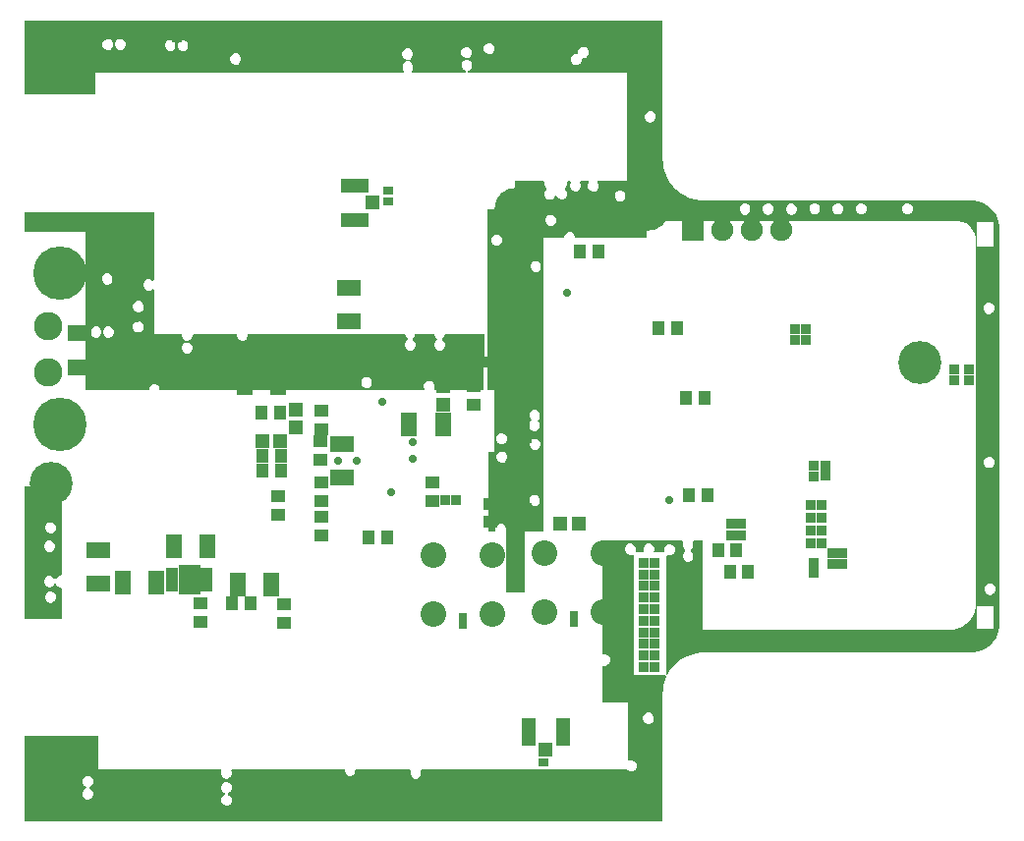
<source format=gbs>
G04*
G04 #@! TF.GenerationSoftware,Altium Limited,Altium Designer,19.0.15 (446)*
G04*
G04 Layer_Color=16711935*
%FSLAX25Y25*%
%MOIN*%
G70*
G01*
G75*
%ADD96R,0.04343X0.04737*%
%ADD97R,0.04737X0.04343*%
%ADD98R,0.03241X0.03084*%
%ADD100R,0.04540X0.04737*%
%ADD102R,0.03241X0.03241*%
%ADD111R,0.05328X0.07887*%
%ADD113R,0.07887X0.05328*%
%ADD126R,0.03241X0.03241*%
%ADD130R,0.04737X0.04540*%
%ADD147R,0.03950X0.01981*%
%ADD164R,0.04934X0.09461*%
%ADD165R,0.04737X0.04934*%
%ADD168R,0.09461X0.04934*%
%ADD169R,0.04934X0.04737*%
%ADD172C,0.14567*%
%ADD173C,0.08674*%
%ADD174C,0.09658*%
%ADD175C,0.18123*%
%ADD176C,0.07493*%
%ADD177R,0.07493X0.07493*%
%ADD178C,0.02769*%
%ADD223R,0.07690X0.10446*%
%ADD224R,0.03228X0.03228*%
%ADD225R,0.03228X0.03228*%
%ADD226R,0.02769X0.05524*%
%ADD227R,0.04540X0.04540*%
%ADD228R,0.04540X0.04540*%
G36*
X206201Y272146D02*
X216732D01*
X216732Y224902D01*
X216732Y224902D01*
X216762Y224000D01*
X216997Y222213D01*
X217463Y220472D01*
X218153Y218807D01*
X219055Y217246D01*
X220152Y215816D01*
X221426Y214542D01*
X222856Y213444D01*
X224417Y212543D01*
X226082Y211853D01*
X227823Y211387D01*
X229611Y211152D01*
X230512Y211122D01*
X321061Y211122D01*
X321061Y211122D01*
X321061Y211122D01*
X322031Y211122D01*
X323933Y210744D01*
X325724Y210002D01*
X327337Y208924D01*
X328708Y207553D01*
X329785Y205941D01*
X330527Y204149D01*
X330906Y202247D01*
Y201278D01*
X330906Y67423D01*
X330905Y67423D01*
X330906Y66453D01*
X330527Y64552D01*
X329785Y62760D01*
X328708Y61148D01*
X327337Y59777D01*
X325724Y58699D01*
X323933Y57957D01*
X322031Y57579D01*
X321061Y57579D01*
X230510Y57579D01*
X230510Y57579D01*
X229609Y57549D01*
X227822Y57314D01*
X226081Y56848D01*
X224416Y56158D01*
X222855Y55257D01*
X221426Y54160D01*
X220151Y52885D01*
X219054Y51455D01*
X218284Y50121D01*
X217784Y50255D01*
Y53476D01*
Y53548D01*
D01*
Y54057D01*
Y54686D01*
D01*
Y55021D01*
Y55257D01*
D01*
Y55581D01*
Y56227D01*
D01*
Y56988D01*
Y57206D01*
D01*
Y57579D01*
Y59153D01*
D01*
Y59154D01*
Y59777D01*
D01*
Y61148D01*
Y62760D01*
D01*
Y64552D01*
X217784Y90475D01*
X218284Y90751D01*
X218807Y90534D01*
X219203Y90534D01*
X219204Y90534D01*
X219535Y90585D01*
X219655Y90652D01*
X220121Y90911D01*
X220557Y91420D01*
X220790Y92048D01*
X220790Y92384D01*
X220790Y92384D01*
Y92595D01*
X220790Y92944D01*
X220523Y93590D01*
X220028Y94084D01*
X219383Y94351D01*
X219034Y94351D01*
X218671Y94351D01*
X218001Y94073D01*
X217488Y93560D01*
X217210Y92890D01*
X217210Y92528D01*
Y92131D01*
X217244Y92050D01*
X216966Y91634D01*
X214057D01*
X213709Y92134D01*
X213764Y92284D01*
X213764Y92619D01*
X213764Y92619D01*
Y92830D01*
X213764Y93180D01*
X213497Y93825D01*
X213003Y94319D01*
X212357Y94587D01*
X212008Y94587D01*
X211645Y94587D01*
X211628Y94579D01*
X211516Y94654D01*
Y94533D01*
X210975Y94309D01*
X210462Y93796D01*
X210184Y93126D01*
X210185Y92763D01*
Y92367D01*
X210281Y92134D01*
X209947Y91634D01*
X207714D01*
X207428Y92044D01*
X207503Y92245D01*
X207503Y92580D01*
X207503Y92580D01*
Y92791D01*
X207503Y93141D01*
X207235Y93786D01*
X206741Y94280D01*
X206096Y94548D01*
X205746Y94548D01*
X205383Y94548D01*
X204713Y94270D01*
X204200Y93757D01*
X203923Y93087D01*
X203923Y92724D01*
Y92328D01*
X204226Y91595D01*
X204787Y91035D01*
X205520Y90731D01*
X205916Y90731D01*
X205916Y90731D01*
X206247Y90782D01*
X206360Y90845D01*
X206791Y90591D01*
X206791Y65354D01*
Y50098D01*
X211516Y50098D01*
X217704Y50098D01*
X218081Y49722D01*
X217463Y48230D01*
X216997Y46489D01*
X216762Y44702D01*
X216732Y43801D01*
Y492D01*
X204823D01*
Y492D01*
X197D01*
X197Y29528D01*
X14469Y29528D01*
D01*
X15073D01*
X15945D01*
D01*
X25394Y29528D01*
Y18110D01*
X66778D01*
X67084Y17610D01*
X66915Y17201D01*
X66915Y16838D01*
Y16442D01*
X67218Y15709D01*
X67779Y15149D01*
X68512Y14845D01*
X68908Y14845D01*
X68908Y14845D01*
X69240Y14896D01*
X69360Y14963D01*
X69826Y15222D01*
X70262Y15731D01*
X70495Y16360D01*
X70495Y16695D01*
X70495Y16695D01*
Y16906D01*
X70495Y17255D01*
X70348Y17610D01*
X70671Y18110D01*
X108844D01*
X108844Y17782D01*
Y17386D01*
X109148Y16653D01*
X109708Y16093D01*
X110441Y15789D01*
X110837Y15789D01*
X110837Y15789D01*
X111169Y15840D01*
X111289Y15907D01*
X111755Y16166D01*
X112191Y16675D01*
X112199Y16695D01*
X112200Y16698D01*
X112424Y17303D01*
X112424Y17610D01*
X112492Y18110D01*
X131032D01*
X131334Y17610D01*
X131162Y17194D01*
X131162Y16832D01*
Y16698D01*
Y16435D01*
X131465Y15703D01*
X132026Y15142D01*
X132759Y14838D01*
X133155Y14838D01*
X133155Y14838D01*
X133486Y14889D01*
X133606Y14956D01*
X134072Y15215D01*
X134509Y15724D01*
X134576Y15907D01*
X134741Y16353D01*
D01*
Y16353D01*
X134741Y16688D01*
X134741Y16688D01*
Y16899D01*
X134741Y17248D01*
X134591Y17610D01*
X134911Y18110D01*
X204581D01*
X205082Y17609D01*
X205815Y17306D01*
X206211Y17306D01*
X206211Y17306D01*
X206543Y17357D01*
X206663Y17424D01*
X207129Y17683D01*
X207496Y18110D01*
X207565Y18191D01*
X207798Y18820D01*
X207798Y19155D01*
X207798Y19155D01*
Y19366D01*
X207798Y19716D01*
X207530Y20361D01*
X207036Y20855D01*
X206391Y21123D01*
X206042Y21123D01*
X205679Y21123D01*
X205323Y20975D01*
X204823Y21309D01*
Y40846D01*
X196358Y40846D01*
Y52913D01*
X196774Y53191D01*
X196821Y53171D01*
X197217Y53171D01*
X197217Y53171D01*
X197548Y53222D01*
X197668Y53289D01*
X198134Y53548D01*
X198571Y54057D01*
X198804Y54686D01*
X198804Y55021D01*
X198804Y55021D01*
Y55232D01*
X198804Y55581D01*
X198536Y56227D01*
X198042Y56721D01*
X197397Y56988D01*
X197047Y56988D01*
X196685Y56988D01*
X196358Y57206D01*
X196358Y95571D01*
X211516Y95571D01*
Y95571D01*
X223373Y95571D01*
X223679Y95071D01*
X223509Y94662D01*
X223510Y94299D01*
Y93903D01*
X223813Y93170D01*
X224374Y92609D01*
X224411Y92594D01*
X224411Y92053D01*
X224300Y92006D01*
X223787Y91493D01*
X223509Y90823D01*
X223510Y90461D01*
Y90064D01*
X223813Y89331D01*
X224374Y88771D01*
X225106Y88467D01*
X225503Y88467D01*
X225503Y88467D01*
X225834Y88518D01*
X225954Y88585D01*
X226420Y88844D01*
X226856Y89353D01*
X227089Y89982D01*
X227089Y90317D01*
X227089Y90317D01*
Y90528D01*
X227089Y90877D01*
X226822Y91523D01*
X226328Y92017D01*
X226284Y92035D01*
X226252Y92589D01*
X226420Y92682D01*
X226856Y93191D01*
X227089Y93820D01*
X227089Y94155D01*
X227089Y94155D01*
Y94366D01*
X227089Y94716D01*
X226942Y95071D01*
X227265Y95571D01*
X230414D01*
X230414Y65354D01*
X314173D01*
X315022Y65396D01*
X316687Y65727D01*
X318256Y66377D01*
X319668Y67320D01*
X320869Y68521D01*
X321812Y69933D01*
X322462Y71501D01*
X322793Y73167D01*
X322835Y74016D01*
X322835Y197736D01*
X322835D01*
X322835Y197736D01*
X322804Y198363D01*
X322559Y199593D01*
X322079Y200752D01*
X321382Y201795D01*
X320496Y202682D01*
X319453Y203378D01*
X318294Y203858D01*
X317064Y204103D01*
X316437Y204134D01*
X211319Y204134D01*
Y198327D01*
X187324D01*
X186896Y198827D01*
Y198849D01*
X186629Y199495D01*
X186135Y199989D01*
X185489Y200256D01*
X185140Y200256D01*
X184777Y200256D01*
X184107Y199979D01*
X183594Y199466D01*
X183316Y198796D01*
X182860Y198327D01*
X176181D01*
Y144433D01*
X176279D01*
Y98838D01*
X169980D01*
Y78051D01*
X163583D01*
Y99194D01*
X163555Y99236D01*
Y99447D01*
X163555Y99796D01*
X163287Y100442D01*
X162793Y100936D01*
X162148Y101203D01*
X161798Y101203D01*
X161436Y101203D01*
X160766Y100926D01*
X160252Y100413D01*
X159975Y99742D01*
X159975Y99380D01*
Y98983D01*
X159878Y98838D01*
X157480D01*
Y125591D01*
X159547D01*
Y142224D01*
Y146555D01*
X157283D01*
Y154232D01*
X156057D01*
Y146555D01*
X139342D01*
X139107Y147055D01*
X139294Y147560D01*
X139294Y147895D01*
X139294Y147896D01*
Y148106D01*
X139294Y148456D01*
X139027Y149101D01*
X138532Y149595D01*
X137887Y149863D01*
X137538Y149863D01*
X137175Y149863D01*
X136505Y149585D01*
X135992Y149072D01*
X135714Y148402D01*
X135714Y148039D01*
Y147643D01*
X135958Y147055D01*
X135719Y146555D01*
X127067D01*
X46559Y146555D01*
X46494Y146577D01*
X46260Y146776D01*
X46085Y147055D01*
X46085Y147275D01*
X45864Y147808D01*
X45818Y147920D01*
X45324Y148414D01*
X44678Y148682D01*
X44329Y148682D01*
X43966Y148682D01*
X43296Y148404D01*
X42783Y147891D01*
X42505Y147221D01*
X42505Y147055D01*
X42131Y146555D01*
X23917D01*
Y146555D01*
X20965D01*
Y200394D01*
X311D01*
Y205204D01*
X311Y205217D01*
X310D01*
Y207087D01*
X35728D01*
Y165650D01*
X35735D01*
Y207087D01*
X44094D01*
Y183914D01*
X43595Y183707D01*
X43355Y183946D01*
X42710Y184213D01*
X42360Y184213D01*
X41998Y184213D01*
X41328Y183936D01*
X40815Y183423D01*
X40537Y182752D01*
X40537Y182390D01*
Y181993D01*
X40841Y181261D01*
X41401Y180700D01*
X42134Y180396D01*
X42530Y180396D01*
X42530Y180396D01*
X42862Y180447D01*
X42982Y180514D01*
X43448Y180773D01*
X43595Y180944D01*
X44094Y180759D01*
Y165650D01*
X53529D01*
X53529Y165462D01*
Y165066D01*
X53833Y164333D01*
X54393Y163772D01*
X55126Y163469D01*
X55523Y163469D01*
X55523Y163469D01*
X55854Y163520D01*
X55974Y163587D01*
X56440Y163846D01*
X56721Y164173D01*
X56876Y164355D01*
X57109Y164983D01*
Y165150D01*
X57472Y165650D01*
X72230D01*
X72230Y165362D01*
Y164966D01*
X72533Y164233D01*
X73094Y163672D01*
X73827Y163369D01*
X74223Y163369D01*
X74223Y163369D01*
X74555Y163420D01*
X74674Y163487D01*
X75141Y163745D01*
X75507Y164173D01*
X75577Y164254D01*
X75810Y164883D01*
X75810Y165150D01*
X75975Y165650D01*
X129155D01*
Y165631D01*
X129458Y164898D01*
X130019Y164338D01*
X130241Y164246D01*
X130241Y163705D01*
X129986Y163599D01*
X129473Y163086D01*
X129196Y162416D01*
X129196Y162053D01*
Y161657D01*
X129499Y160924D01*
X130060Y160363D01*
X130793Y160060D01*
X131189Y160060D01*
X131189Y160060D01*
X131520Y160111D01*
X131641Y160178D01*
X132106Y160437D01*
X132543Y160945D01*
X132776Y161574D01*
X132776Y161909D01*
X132776Y161909D01*
Y162120D01*
X132776Y162470D01*
X132508Y163115D01*
X132014Y163609D01*
X131807Y163695D01*
X131775Y164250D01*
X132065Y164411D01*
X132502Y164920D01*
X132734Y165549D01*
X132835Y165650D01*
X139173D01*
Y165475D01*
X139476Y164742D01*
X140037Y164182D01*
X140115Y164149D01*
X140115Y163608D01*
X140004Y163562D01*
X139491Y163049D01*
X139213Y162378D01*
X139213Y162016D01*
Y161619D01*
X139517Y160887D01*
X140077Y160326D01*
X140810Y160022D01*
X141206Y160022D01*
X141206Y160022D01*
X141538Y160073D01*
X141658Y160140D01*
X142124Y160399D01*
X142560Y160908D01*
X142793Y161537D01*
X142793Y161872D01*
X142793Y161872D01*
Y162083D01*
X142793Y162432D01*
X142525Y163078D01*
X142031Y163572D01*
X141946Y163607D01*
X141915Y164161D01*
X142083Y164255D01*
X142520Y164764D01*
X142752Y165392D01*
X143009Y165650D01*
X156179D01*
Y157874D01*
X157283D01*
Y207972D01*
X164961D01*
Y211713D01*
X166732D01*
Y217618D01*
X176423D01*
X176700Y217202D01*
X176659Y217103D01*
X176659Y216740D01*
Y216344D01*
X176962Y215611D01*
X177331Y215243D01*
X177426Y214850D01*
X177310Y214611D01*
X176937Y214238D01*
X176659Y213567D01*
X176659Y213205D01*
Y212808D01*
X176962Y212076D01*
X177523Y211515D01*
X178256Y211211D01*
X178652Y211211D01*
X178652Y211211D01*
X178984Y211262D01*
X179104Y211329D01*
X179570Y211588D01*
X179676Y211713D01*
X180006Y212097D01*
X180179Y212564D01*
X180706Y212597D01*
X180900Y212130D01*
X181460Y211569D01*
X182193Y211266D01*
X182589Y211266D01*
X182589Y211266D01*
X182921Y211317D01*
X183041Y211384D01*
X183507Y211643D01*
X183567Y211713D01*
X183943Y212151D01*
X184176Y212780D01*
X184176Y213115D01*
X184176Y213115D01*
Y213326D01*
X184176Y213676D01*
X183908Y214321D01*
X183617Y214613D01*
X183523Y215047D01*
X183623Y215260D01*
X183943Y215632D01*
X184176Y216261D01*
X184176Y216596D01*
X184176Y216596D01*
Y216807D01*
X184176Y217157D01*
X184157Y217202D01*
X184435Y217618D01*
X185375D01*
X185582Y217118D01*
X185548Y217084D01*
X185270Y216414D01*
X185270Y216051D01*
Y215655D01*
X185574Y214922D01*
X186135Y214361D01*
X186867Y214058D01*
X187264Y214058D01*
X187264Y214058D01*
X187595Y214109D01*
X187715Y214176D01*
X188181Y214435D01*
X188617Y214943D01*
X188850Y215572D01*
X188850Y215907D01*
X188850Y215907D01*
Y216118D01*
X188850Y216467D01*
X188583Y217113D01*
X188578Y217118D01*
X188785Y217618D01*
X191527D01*
X191734Y217118D01*
X191602Y216986D01*
X191324Y216315D01*
X191324Y215953D01*
Y215556D01*
X191628Y214824D01*
X192189Y214263D01*
X192921Y213959D01*
X193318Y213959D01*
X193318Y213959D01*
X193649Y214010D01*
X193769Y214077D01*
X194235Y214336D01*
X194671Y214845D01*
X194904Y215474D01*
X194904Y215809D01*
X194904Y215809D01*
Y216020D01*
X194904Y216369D01*
X194637Y217015D01*
X194533Y217118D01*
X194740Y217618D01*
X204724D01*
Y254429D01*
X150668D01*
X150629Y254929D01*
X150799Y254955D01*
X150919Y255022D01*
X151385Y255281D01*
X151821Y255790D01*
X152054Y256418D01*
X152054Y256754D01*
X152054Y256754D01*
Y256965D01*
X152054Y257314D01*
X151787Y257960D01*
X151293Y258454D01*
X150647Y258721D01*
X150298Y258721D01*
X149935Y258721D01*
X149265Y258443D01*
X148752Y257930D01*
X148475Y257260D01*
X148475Y256898D01*
Y256501D01*
X148778Y255768D01*
X149339Y255208D01*
X150071Y254904D01*
X150011Y254429D01*
X131653D01*
X131462Y254929D01*
X131778Y255298D01*
X132010Y255926D01*
X132010Y256262D01*
X132010Y256262D01*
Y256472D01*
X132010Y256822D01*
X131743Y257467D01*
X131249Y257962D01*
X130604Y258229D01*
X130254Y258229D01*
X129891Y258229D01*
X129221Y257951D01*
X128708Y257438D01*
X128431Y256768D01*
X128431Y256405D01*
Y256009D01*
X128734Y255276D01*
X129081Y254929D01*
X128874Y254429D01*
X24213D01*
X24213Y246949D01*
X197Y246949D01*
X197Y272146D01*
X206201D01*
Y272146D01*
D02*
G37*
G36*
X12894Y114075D02*
Y83997D01*
X12394Y83623D01*
X12229Y83623D01*
X11559Y83345D01*
X11046Y82832D01*
X10925Y82541D01*
X10384Y82541D01*
X10251Y82861D01*
X9757Y83355D01*
X9112Y83623D01*
X8762Y83623D01*
X8400Y83623D01*
X7729Y83345D01*
X7217Y82832D01*
X6939Y82162D01*
X6939Y81799D01*
Y81403D01*
X7243Y80670D01*
X7803Y80109D01*
X8536Y79806D01*
X8932Y79806D01*
X8932Y79806D01*
X9264Y79857D01*
X9384Y79923D01*
X9850Y80182D01*
X10286Y80691D01*
X10397Y80992D01*
X10934Y81002D01*
X11072Y80670D01*
X11632Y80109D01*
X12365Y79806D01*
X12394D01*
X12894Y79361D01*
Y68898D01*
X197Y68898D01*
Y114075D01*
X12894Y114075D01*
D02*
G37*
%LPC*%
G36*
X32352Y265842D02*
X31682Y265564D01*
X31169Y265051D01*
X30891Y264381D01*
X30891Y264018D01*
Y263622D01*
X31195Y262889D01*
X31756Y262328D01*
X32488Y262025D01*
X32885Y262025D01*
X32885Y262025D01*
X33216Y262076D01*
X33336Y262143D01*
X33802Y262402D01*
X34238Y262910D01*
X34471Y263539D01*
X34471Y263874D01*
X34471Y263874D01*
Y264085D01*
X34471Y264435D01*
X34204Y265080D01*
X33710Y265574D01*
X33064Y265842D01*
X32715Y265842D01*
X32352Y265842D01*
D02*
G37*
G36*
X28120Y265808D02*
X27450Y265530D01*
X26937Y265017D01*
X26659Y264347D01*
X26659Y263984D01*
Y263588D01*
X26963Y262855D01*
X27523Y262294D01*
X28256Y261991D01*
X28652Y261991D01*
X28652Y261991D01*
X28984Y262042D01*
X29104Y262109D01*
X29570Y262368D01*
X30006Y262876D01*
X30239Y263505D01*
X30239Y263840D01*
X30239Y263840D01*
Y264051D01*
X30239Y264401D01*
X29971Y265046D01*
X29477Y265540D01*
X28832Y265808D01*
X28482Y265808D01*
X28120Y265808D01*
D02*
G37*
G36*
X49281Y265491D02*
X48611Y265214D01*
X48098Y264701D01*
X47820Y264031D01*
X47820Y263668D01*
Y263271D01*
X48124Y262539D01*
X48685Y261978D01*
X49417Y261674D01*
X49814Y261674D01*
X49814Y261674D01*
X50145Y261725D01*
X50265Y261792D01*
X50731Y262051D01*
X51168Y262560D01*
X51400Y263189D01*
X51400Y263524D01*
X51400Y263524D01*
Y263735D01*
X51400Y264084D01*
X51133Y264730D01*
X50639Y265224D01*
X49993Y265491D01*
X49644Y265491D01*
X49281Y265491D01*
D02*
G37*
G36*
X53612Y265414D02*
X52942Y265136D01*
X52429Y264623D01*
X52151Y263953D01*
X52151Y263591D01*
Y263194D01*
X52455Y262461D01*
X53015Y261901D01*
X53748Y261597D01*
X54145Y261597D01*
X54145Y261597D01*
X54476Y261648D01*
X54596Y261715D01*
X55062Y261974D01*
X55498Y262483D01*
X55731Y263111D01*
X55731Y263447D01*
X55731Y263447D01*
Y263658D01*
X55731Y264007D01*
X55464Y264652D01*
X54970Y265146D01*
X54324Y265414D01*
X53975Y265414D01*
X53612Y265414D01*
D02*
G37*
G36*
X189537Y263150D02*
X188867Y262873D01*
X188354Y262360D01*
X188076Y261689D01*
X188076Y261327D01*
Y261071D01*
X187758Y260757D01*
X187635Y260689D01*
X187341Y260689D01*
X186978Y260690D01*
X186308Y260412D01*
X185795Y259899D01*
X185517Y259229D01*
X185517Y258866D01*
Y258470D01*
X185821Y257737D01*
X186381Y257176D01*
X187114Y256873D01*
X187511Y256873D01*
X187511Y256873D01*
X187842Y256924D01*
X187962Y256991D01*
X188428Y257249D01*
X188864Y257758D01*
X189097Y258387D01*
X189097Y258722D01*
X189097Y258722D01*
X189097Y259031D01*
X189556Y259382D01*
X189673Y259333D01*
X190070Y259333D01*
X190070Y259333D01*
X190401Y259384D01*
X190521Y259451D01*
X190987Y259710D01*
X191423Y260219D01*
X191656Y260848D01*
X191656Y261183D01*
X191656Y261183D01*
Y261394D01*
X191656Y261743D01*
X191389Y262389D01*
X190895Y262883D01*
X190249Y263150D01*
X189900Y263150D01*
X189537Y263150D01*
D02*
G37*
G36*
X157450Y264430D02*
X156780Y264152D01*
X156267Y263639D01*
X155990Y262969D01*
X155990Y262606D01*
Y262210D01*
X156293Y261477D01*
X156854Y260916D01*
X157587Y260613D01*
X157983Y260613D01*
X157983Y260613D01*
X158314Y260664D01*
X158434Y260731D01*
X158900Y260990D01*
X159337Y261498D01*
X159570Y262127D01*
X159570Y262462D01*
X159570Y262462D01*
Y262673D01*
X159570Y263023D01*
X159302Y263668D01*
X158808Y264162D01*
X158162Y264430D01*
X157813Y264430D01*
X157450Y264430D01*
D02*
G37*
G36*
X149872Y263052D02*
X149202Y262774D01*
X148689Y262261D01*
X148411Y261591D01*
X148411Y261228D01*
Y260832D01*
X148714Y260099D01*
X149275Y259538D01*
X150008Y259235D01*
X150404Y259235D01*
X150404Y259235D01*
X150736Y259286D01*
X150856Y259353D01*
X151322Y259612D01*
X151758Y260121D01*
X151991Y260749D01*
X151991Y261084D01*
X151991Y261084D01*
Y261295D01*
X151991Y261645D01*
X151723Y262290D01*
X151229Y262784D01*
X150584Y263052D01*
X150234Y263052D01*
X149872Y263052D01*
D02*
G37*
G36*
X129793Y262560D02*
X129123Y262282D01*
X128610Y261769D01*
X128332Y261099D01*
X128332Y260736D01*
Y260340D01*
X128636Y259607D01*
X129197Y259046D01*
X129929Y258743D01*
X130326Y258743D01*
X130326Y258743D01*
X130657Y258794D01*
X130777Y258860D01*
X131243Y259120D01*
X131679Y259628D01*
X131912Y260257D01*
X131912Y260592D01*
X131912Y260592D01*
Y260803D01*
X131912Y261153D01*
X131645Y261798D01*
X131151Y262292D01*
X130505Y262560D01*
X130156Y262560D01*
X129793Y262560D01*
D02*
G37*
G36*
X71525Y260886D02*
X70855Y260609D01*
X70342Y260096D01*
X70065Y259426D01*
X70065Y259063D01*
Y258666D01*
X70368Y257934D01*
X70929Y257373D01*
X71661Y257070D01*
X72058Y257070D01*
X72058Y257070D01*
X72389Y257121D01*
X72509Y257187D01*
X72975Y257446D01*
X73412Y257955D01*
X73644Y258584D01*
X73644Y258919D01*
X73644Y258919D01*
Y259130D01*
X73644Y259479D01*
X73377Y260125D01*
X72883Y260619D01*
X72237Y260886D01*
X71888Y260886D01*
X71525Y260886D01*
D02*
G37*
G36*
X212175Y241300D02*
X211505Y241022D01*
X210992Y240509D01*
X210714Y239839D01*
X210714Y239476D01*
Y239080D01*
X211018Y238347D01*
X211578Y237787D01*
X212311Y237483D01*
X212707Y237483D01*
X212707Y237483D01*
X213039Y237534D01*
X213159Y237601D01*
X213625Y237860D01*
X214061Y238369D01*
X214294Y238997D01*
X214294Y239333D01*
X214294Y239333D01*
Y239543D01*
X214294Y239893D01*
X214027Y240538D01*
X213532Y241032D01*
X212887Y241300D01*
X212538Y241300D01*
X212175Y241300D01*
D02*
G37*
G36*
X201939Y214372D02*
X201268Y214094D01*
X200756Y213581D01*
X200478Y212911D01*
X200478Y212548D01*
Y212152D01*
X200781Y211419D01*
X201342Y210859D01*
X202075Y210555D01*
X202471Y210555D01*
X202471Y210555D01*
X202803Y210606D01*
X202923Y210673D01*
X203389Y210932D01*
X203825Y211441D01*
X203880Y211588D01*
X204058Y212069D01*
X204058Y212405D01*
X204058Y212405D01*
Y212615D01*
X204058Y212965D01*
X203790Y213610D01*
X203296Y214105D01*
X202651Y214372D01*
X202301Y214372D01*
X201939Y214372D01*
D02*
G37*
G36*
X283677Y210101D02*
X283007Y209823D01*
X282494Y209310D01*
X282216Y208640D01*
X282216Y208277D01*
Y207881D01*
X282520Y207148D01*
X283080Y206587D01*
X283813Y206284D01*
X284209Y206284D01*
X284209Y206284D01*
X284541Y206335D01*
X284661Y206401D01*
X285127Y206661D01*
X285563Y207169D01*
X285796Y207798D01*
X285796Y208133D01*
X285796Y208133D01*
Y208344D01*
X285796Y208694D01*
X285529Y209339D01*
X285034Y209833D01*
X284389Y210101D01*
X284040Y210101D01*
X283677Y210101D01*
D02*
G37*
G36*
X299311Y210101D02*
X298641Y209823D01*
X298128Y209310D01*
X297850Y208640D01*
X297850Y208277D01*
Y207881D01*
X298154Y207148D01*
X298714Y206587D01*
X299447Y206284D01*
X299844Y206284D01*
X299844Y206284D01*
X300175Y206335D01*
X300295Y206401D01*
X300761Y206661D01*
X301197Y207169D01*
X301430Y207798D01*
X301430Y208133D01*
X301430Y208133D01*
Y208344D01*
X301430Y208694D01*
X301163Y209339D01*
X300669Y209833D01*
X300023Y210101D01*
X299674Y210101D01*
X299311Y210101D01*
D02*
G37*
G36*
X275803Y210039D02*
X275133Y209762D01*
X274620Y209249D01*
X274342Y208579D01*
X274342Y208216D01*
Y207819D01*
X274646Y207087D01*
X275206Y206526D01*
X275939Y206223D01*
X276336Y206223D01*
X276336Y206223D01*
X276667Y206274D01*
X276787Y206340D01*
X277253Y206599D01*
X277689Y207108D01*
X277922Y207737D01*
X277922Y208072D01*
X277922Y208072D01*
Y208283D01*
X277922Y208632D01*
X277655Y209278D01*
X277161Y209772D01*
X276515Y210039D01*
X276166Y210039D01*
X275803Y210039D01*
D02*
G37*
G36*
X267929D02*
X267259Y209762D01*
X266746Y209249D01*
X266468Y208579D01*
X266468Y208216D01*
Y207819D01*
X266772Y207087D01*
X267332Y206526D01*
X268065Y206223D01*
X268461Y206223D01*
X268461Y206223D01*
X268793Y206274D01*
X268913Y206340D01*
X269379Y206599D01*
X269815Y207108D01*
X270048Y207737D01*
X270048Y208072D01*
X270048Y208072D01*
Y208283D01*
X270048Y208632D01*
X269781Y209278D01*
X269286Y209772D01*
X268641Y210039D01*
X268292Y210039D01*
X267929Y210039D01*
D02*
G37*
G36*
X252181Y210002D02*
X251511Y209725D01*
X250998Y209212D01*
X250720Y208541D01*
X250720Y208179D01*
Y207782D01*
X251024Y207050D01*
X251584Y206489D01*
X252317Y206185D01*
X252713Y206185D01*
X252713Y206185D01*
X253045Y206236D01*
X253165Y206303D01*
X253631Y206562D01*
X254067Y207071D01*
X254300Y207700D01*
X254300Y208035D01*
X254300Y208035D01*
Y208246D01*
X254300Y208595D01*
X254032Y209241D01*
X253538Y209735D01*
X252893Y210002D01*
X252544Y210002D01*
X252181Y210002D01*
D02*
G37*
G36*
X244274Y209978D02*
X243604Y209700D01*
X243091Y209188D01*
X242814Y208517D01*
X242814Y208155D01*
Y207758D01*
X243117Y207025D01*
X243678Y206465D01*
X244411Y206161D01*
X244807Y206161D01*
X244807Y206161D01*
X245138Y206212D01*
X245258Y206279D01*
X245724Y206538D01*
X246161Y207047D01*
X246393Y207676D01*
X246393Y208011D01*
X246393Y208011D01*
Y208222D01*
X246393Y208571D01*
X246126Y209216D01*
X245632Y209711D01*
X244987Y209978D01*
X244637Y209978D01*
X244274Y209978D01*
D02*
G37*
G36*
X260031Y209941D02*
X259361Y209663D01*
X258848Y209151D01*
X258570Y208480D01*
X258570Y208118D01*
Y207721D01*
X258874Y206988D01*
X259435Y206428D01*
X260167Y206124D01*
X260564Y206124D01*
X260564Y206124D01*
X260895Y206175D01*
X261015Y206242D01*
X261481Y206501D01*
X261917Y207010D01*
X262150Y207638D01*
X262150Y207974D01*
X262150Y207974D01*
Y208185D01*
X262150Y208534D01*
X261883Y209179D01*
X261389Y209674D01*
X260743Y209941D01*
X260394Y209941D01*
X260031Y209941D01*
D02*
G37*
G36*
X178317Y206162D02*
X177646Y205884D01*
X177133Y205371D01*
X176856Y204701D01*
X176856Y204339D01*
Y203942D01*
X177159Y203209D01*
X177720Y202649D01*
X178453Y202345D01*
X178849Y202345D01*
X178849Y202345D01*
X179181Y202396D01*
X179300Y202463D01*
X179766Y202722D01*
X180203Y203231D01*
X180436Y203859D01*
X180436Y204195D01*
X180436Y204195D01*
Y204406D01*
X180436Y204755D01*
X180168Y205400D01*
X179674Y205895D01*
X179029Y206162D01*
X178679Y206162D01*
X178317Y206162D01*
D02*
G37*
G36*
X160010Y199469D02*
X159339Y199191D01*
X158826Y198679D01*
X158549Y198008D01*
X158549Y197646D01*
Y197249D01*
X158852Y196517D01*
X159413Y195956D01*
X160146Y195652D01*
X160542Y195652D01*
X160542Y195652D01*
X160873Y195703D01*
X160993Y195770D01*
X161459Y196029D01*
X161896Y196538D01*
X162128Y197167D01*
X162128Y197502D01*
X162129Y197502D01*
Y197713D01*
X162129Y198062D01*
X161861Y198708D01*
X161367Y199202D01*
X160722Y199469D01*
X160372Y199469D01*
X160010Y199469D01*
D02*
G37*
G36*
X329035Y203543D02*
X323425D01*
Y195374D01*
X329035D01*
Y203543D01*
D02*
G37*
G36*
X173297Y190512D02*
X172627Y190235D01*
X172114Y189722D01*
X171836Y189052D01*
X171836Y188689D01*
Y188292D01*
X172140Y187560D01*
X172700Y186999D01*
X173433Y186696D01*
X173829Y186696D01*
X173829Y186696D01*
X174161Y186747D01*
X174281Y186813D01*
X174747Y187072D01*
X175183Y187581D01*
X175416Y188210D01*
X175416Y188545D01*
X175416Y188545D01*
Y188756D01*
X175416Y189105D01*
X175149Y189751D01*
X174654Y190245D01*
X174009Y190512D01*
X173660Y190512D01*
X173297Y190512D01*
D02*
G37*
G36*
X27923Y186280D02*
X27253Y186003D01*
X26740Y185490D01*
X26462Y184819D01*
X26462Y184457D01*
Y184060D01*
X26766Y183327D01*
X27326Y182767D01*
X28059Y182463D01*
X28455Y182463D01*
X28455Y182463D01*
X28787Y182514D01*
X28907Y182581D01*
X29373Y182840D01*
X29809Y183349D01*
X30042Y183978D01*
X30042Y184313D01*
X30042Y184313D01*
Y184524D01*
X30042Y184873D01*
X29775Y185519D01*
X29280Y186013D01*
X28635Y186280D01*
X28286Y186280D01*
X27923Y186280D01*
D02*
G37*
G36*
X38553Y176930D02*
X37883Y176652D01*
X37370Y176139D01*
X37092Y175469D01*
X37092Y175106D01*
Y174710D01*
X37396Y173977D01*
X37956Y173416D01*
X38689Y173113D01*
X39085Y173113D01*
X39086Y173113D01*
X39417Y173164D01*
X39537Y173231D01*
X40003Y173490D01*
X40439Y173998D01*
X40672Y174627D01*
X40672Y174962D01*
X40672Y174962D01*
Y175173D01*
X40672Y175523D01*
X40404Y176168D01*
X39910Y176662D01*
X39265Y176930D01*
X38916Y176930D01*
X38553Y176930D01*
D02*
G37*
G36*
X327004Y176339D02*
X326333Y176062D01*
X325820Y175549D01*
X325543Y174878D01*
X325543Y174516D01*
Y174119D01*
X325846Y173387D01*
X326407Y172826D01*
X327140Y172522D01*
X327536Y172522D01*
X327536Y172522D01*
X327868Y172573D01*
X327988Y172640D01*
X328453Y172899D01*
X328890Y173408D01*
X329123Y174037D01*
X329123Y174372D01*
X329123Y174372D01*
Y174583D01*
X329123Y174932D01*
X328855Y175578D01*
X328361Y176072D01*
X327716Y176339D01*
X327366Y176339D01*
X327004Y176339D01*
D02*
G37*
G36*
X38553Y170040D02*
X37883Y169762D01*
X37370Y169249D01*
X37092Y168579D01*
X37092Y168217D01*
Y167820D01*
X37396Y167087D01*
X37956Y166527D01*
X38689Y166223D01*
X39085Y166223D01*
X39086Y166223D01*
X39417Y166274D01*
X39537Y166341D01*
X40003Y166600D01*
X40439Y167109D01*
X40672Y167737D01*
X40672Y168073D01*
X40672Y168073D01*
Y168283D01*
X40672Y168633D01*
X40404Y169279D01*
X39910Y169773D01*
X39265Y170040D01*
X38916Y170040D01*
X38553Y170040D01*
D02*
G37*
G36*
X28321Y168268D02*
X27651Y167991D01*
X27138Y167478D01*
X26860Y166807D01*
X26860Y166445D01*
Y166048D01*
X27164Y165316D01*
X27724Y164755D01*
X28457Y164452D01*
X28854Y164452D01*
X28854Y164452D01*
X29185Y164503D01*
X29305Y164569D01*
X29771Y164828D01*
X30207Y165337D01*
X30440Y165966D01*
X30440Y166301D01*
X30440Y166301D01*
Y166512D01*
X30440Y166861D01*
X30173Y167507D01*
X29679Y168001D01*
X29033Y168268D01*
X28684Y168268D01*
X28321Y168268D01*
D02*
G37*
G36*
X24183Y168268D02*
X23513Y167991D01*
X23000Y167478D01*
X22722Y166807D01*
X22722Y166445D01*
Y166048D01*
X23025Y165316D01*
X23586Y164755D01*
X24319Y164452D01*
X24715Y164452D01*
X24715Y164452D01*
X25047Y164503D01*
X25167Y164569D01*
X25633Y164828D01*
X26069Y165337D01*
X26302Y165966D01*
X26302Y166301D01*
X26302Y166301D01*
Y166512D01*
X26302Y166861D01*
X26034Y167507D01*
X25540Y168001D01*
X24895Y168268D01*
X24545Y168268D01*
X24183Y168268D01*
D02*
G37*
G36*
X54990Y162855D02*
X54320Y162577D01*
X53807Y162064D01*
X53529Y161394D01*
X53529Y161031D01*
Y160635D01*
X53833Y159902D01*
X54393Y159342D01*
X55126Y159038D01*
X55523Y159038D01*
X55523Y159038D01*
X55854Y159089D01*
X55974Y159156D01*
X56440Y159415D01*
X56876Y159924D01*
X57109Y160552D01*
X57109Y160888D01*
X57109Y160888D01*
Y161099D01*
X57109Y161448D01*
X56841Y162093D01*
X56348Y162587D01*
X55702Y162855D01*
X55352Y162855D01*
X54990Y162855D01*
D02*
G37*
G36*
X168501Y163379D02*
X166437Y158939D01*
Y157874D01*
X168501D01*
Y163379D01*
D02*
G37*
G36*
X115915Y151142D02*
X115245Y150865D01*
X114732Y150352D01*
X114454Y149682D01*
X114454Y149319D01*
Y148922D01*
X114758Y148190D01*
X115319Y147629D01*
X116051Y147326D01*
X116448Y147326D01*
X116448Y147326D01*
X116779Y147377D01*
X116899Y147443D01*
X117365Y147702D01*
X117801Y148211D01*
X118034Y148840D01*
X118034Y149175D01*
X118034Y149175D01*
Y149386D01*
X118034Y149735D01*
X117767Y150381D01*
X117273Y150875D01*
X116627Y151142D01*
X116278Y151142D01*
X115915Y151142D01*
D02*
G37*
G36*
X172934Y139922D02*
X172264Y139644D01*
X171751Y139131D01*
X171474Y138461D01*
X171474Y138098D01*
Y137702D01*
X171777Y136969D01*
X172252Y136494D01*
X172233Y136396D01*
X171720Y135883D01*
X171442Y135213D01*
X171442Y134850D01*
Y134454D01*
X171746Y133721D01*
X172307Y133160D01*
X173039Y132857D01*
X173436Y132857D01*
X173436Y132857D01*
X173767Y132908D01*
X173887Y132975D01*
X174353Y133234D01*
X174790Y133743D01*
X175022Y134371D01*
X175022Y134706D01*
X175022Y134706D01*
Y134917D01*
X175022Y135267D01*
X174755Y135912D01*
X174624Y136043D01*
X174384Y136482D01*
X174594Y136726D01*
X174821Y136991D01*
X175054Y137619D01*
X175054Y137954D01*
X175054Y137954D01*
Y138165D01*
X175054Y138515D01*
X174786Y139160D01*
X174292Y139654D01*
X173647Y139922D01*
X173297Y139922D01*
X172934Y139922D01*
D02*
G37*
G36*
X161683Y132048D02*
X161012Y131770D01*
X160500Y131257D01*
X160222Y130587D01*
X160222Y130224D01*
Y129828D01*
X160526Y129095D01*
X161086Y128534D01*
X161819Y128231D01*
X162215Y128231D01*
X162215Y128231D01*
X162547Y128282D01*
X162667Y128349D01*
X163133Y128608D01*
X163569Y129117D01*
X163802Y129745D01*
X163802Y130080D01*
X163802Y130080D01*
Y130291D01*
X163802Y130641D01*
X163534Y131286D01*
X163040Y131780D01*
X162395Y132048D01*
X162046Y132048D01*
X161683Y132048D01*
D02*
G37*
G36*
X172989Y130178D02*
X172319Y129900D01*
X171806Y129387D01*
X171529Y128717D01*
X171529Y128354D01*
Y127958D01*
X171832Y127225D01*
X172393Y126664D01*
X173126Y126361D01*
X173522Y126361D01*
X173522Y126361D01*
X173854Y126412D01*
X173973Y126479D01*
X174439Y126738D01*
X174876Y127246D01*
X175109Y127875D01*
X175109Y128210D01*
X175109Y128210D01*
Y128421D01*
X175109Y128771D01*
X174841Y129416D01*
X174347Y129910D01*
X173702Y130178D01*
X173352Y130178D01*
X172989Y130178D01*
D02*
G37*
G36*
X161781Y125847D02*
X161111Y125569D01*
X160598Y125057D01*
X160320Y124386D01*
X160320Y124024D01*
Y123627D01*
X160624Y122894D01*
X161185Y122334D01*
X161917Y122030D01*
X162314Y122030D01*
X162314Y122030D01*
X162645Y122081D01*
X162765Y122148D01*
X163231Y122407D01*
X163668Y122916D01*
X163900Y123545D01*
X163900Y123880D01*
X163900Y123880D01*
Y124091D01*
X163900Y124440D01*
X163633Y125085D01*
X163139Y125580D01*
X162493Y125847D01*
X162144Y125847D01*
X161781Y125847D01*
D02*
G37*
G36*
X327195Y124043D02*
X326524Y123765D01*
X326012Y123252D01*
X325734Y122582D01*
X325734Y122220D01*
Y121823D01*
X326038Y121090D01*
X326598Y120530D01*
X327331Y120226D01*
X327727Y120226D01*
X327727Y120226D01*
X328059Y120277D01*
X328179Y120344D01*
X328645Y120603D01*
X329081Y121112D01*
X329314Y121740D01*
X329314Y122076D01*
X329314Y122076D01*
Y122287D01*
X329314Y122636D01*
X329047Y123282D01*
X328552Y123775D01*
X327907Y124043D01*
X327557Y124043D01*
X327195Y124043D01*
D02*
G37*
G36*
X172903Y111174D02*
X172233Y110896D01*
X171720Y110383D01*
X171442Y109713D01*
X171442Y109350D01*
Y108954D01*
X171746Y108221D01*
X172307Y107660D01*
X173039Y107357D01*
X173436Y107357D01*
X173436Y107357D01*
X173767Y107408D01*
X173887Y107475D01*
X174353Y107734D01*
X174790Y108242D01*
X175022Y108871D01*
X175022Y109206D01*
X175022Y109206D01*
Y109417D01*
X175022Y109767D01*
X174755Y110412D01*
X174261Y110906D01*
X173615Y111174D01*
X173266Y111174D01*
X172903Y111174D01*
D02*
G37*
G36*
X327415Y80994D02*
X326745Y80717D01*
X326232Y80204D01*
X325954Y79533D01*
X325954Y79171D01*
Y78774D01*
X326258Y78041D01*
X326819Y77481D01*
X327551Y77177D01*
X327948Y77177D01*
X327948Y77177D01*
X328279Y77228D01*
X328399Y77295D01*
X328865Y77554D01*
X329302Y78063D01*
X329534Y78692D01*
X329534Y79027D01*
X329534Y79027D01*
Y79238D01*
X329534Y79587D01*
X329267Y80233D01*
X328773Y80727D01*
X328127Y80994D01*
X327778Y80994D01*
X327415Y80994D01*
D02*
G37*
G36*
X329048Y73457D02*
X323425D01*
Y65551D01*
X329048D01*
Y73457D01*
D02*
G37*
G36*
X211547Y37240D02*
X210877Y36963D01*
X210364Y36450D01*
X210086Y35779D01*
X210086Y35417D01*
Y35020D01*
X210390Y34287D01*
X210950Y33727D01*
X211683Y33423D01*
X212080Y33423D01*
X212080Y33423D01*
X212411Y33474D01*
X212531Y33541D01*
X212997Y33800D01*
X213433Y34309D01*
X213666Y34938D01*
X213666Y35273D01*
X213666Y35273D01*
Y35484D01*
X213666Y35833D01*
X213399Y36478D01*
X212905Y36973D01*
X212259Y37240D01*
X211910Y37240D01*
X211547Y37240D01*
D02*
G37*
G36*
X21328Y15808D02*
X20658Y15530D01*
X20145Y15017D01*
X19868Y14347D01*
X19868Y13984D01*
Y13588D01*
X20171Y12855D01*
X20732Y12294D01*
X21294Y12061D01*
X21310Y11841D01*
X21245Y11541D01*
X20658Y11298D01*
X20145Y10785D01*
X19868Y10115D01*
X19868Y9752D01*
Y9355D01*
X20087Y8827D01*
X20171Y8623D01*
X20732Y8062D01*
X21465Y7759D01*
X21861Y7759D01*
X21861Y7759D01*
X22192Y7810D01*
X22312Y7876D01*
X22778Y8135D01*
X23215Y8644D01*
X23448Y9273D01*
X23447Y9608D01*
X23448Y9608D01*
Y9819D01*
X23448Y10168D01*
X23180Y10814D01*
X22686Y11308D01*
X22151Y11530D01*
X22163Y12037D01*
X22192Y12042D01*
X22312Y12109D01*
X22778Y12368D01*
X23215Y12876D01*
X23448Y13505D01*
X23447Y13840D01*
X23448Y13840D01*
Y14051D01*
X23448Y14401D01*
X23180Y15046D01*
X22686Y15540D01*
X22040Y15808D01*
X21691Y15808D01*
X21328Y15808D01*
D02*
G37*
G36*
X68376Y13642D02*
X67705Y13365D01*
X67193Y12852D01*
X66915Y12182D01*
X66915Y11819D01*
Y11422D01*
X67218Y10690D01*
X67779Y10129D01*
X68342Y9896D01*
X68357Y9676D01*
X68292Y9375D01*
X67705Y9132D01*
X67193Y8619D01*
X66915Y7949D01*
X66915Y7587D01*
Y7190D01*
X67218Y6457D01*
X67779Y5897D01*
X68512Y5593D01*
X68908Y5593D01*
X68908Y5593D01*
X69240Y5644D01*
X69360Y5711D01*
X69826Y5970D01*
X70262Y6479D01*
X70495Y7107D01*
X70495Y7443D01*
X70495Y7443D01*
Y7654D01*
X70495Y8003D01*
X70227Y8648D01*
X69733Y9143D01*
X69198Y9364D01*
X69210Y9872D01*
X69240Y9877D01*
X69360Y9943D01*
X69826Y10202D01*
X70262Y10711D01*
X70495Y11340D01*
X70495Y11675D01*
X70495Y11675D01*
Y11886D01*
X70495Y12235D01*
X70227Y12881D01*
X69733Y13375D01*
X69088Y13642D01*
X68738Y13642D01*
X68376Y13642D01*
D02*
G37*
G36*
X8730Y101831D02*
X8060Y101554D01*
X7547Y101041D01*
X7269Y100371D01*
X7269Y100008D01*
Y99611D01*
X7573Y98879D01*
X8134Y98318D01*
X8866Y98014D01*
X9263Y98014D01*
X9263Y98014D01*
X9594Y98066D01*
X9714Y98132D01*
X10180Y98391D01*
X10616Y98900D01*
X10849Y99529D01*
Y99529D01*
X10849Y99864D01*
X10849Y99864D01*
Y100075D01*
X10849Y100424D01*
Y100424D01*
D01*
X10582Y101070D01*
X10088Y101564D01*
X9442Y101831D01*
X9093Y101831D01*
X8730Y101831D01*
D02*
G37*
G36*
X8336Y95532D02*
X7666Y95254D01*
X7153Y94741D01*
X6876Y94071D01*
X6876Y93709D01*
Y93312D01*
X7179Y92580D01*
X7740Y92019D01*
X8472Y91715D01*
X8869Y91715D01*
X8869Y91715D01*
X9200Y91766D01*
X9320Y91833D01*
X9786Y92092D01*
X10223Y92601D01*
X10455Y93230D01*
X10455Y93565D01*
X10455Y93565D01*
Y93776D01*
X10455Y94125D01*
X10188Y94771D01*
X9694Y95265D01*
X9048Y95532D01*
X8699Y95532D01*
X8336Y95532D01*
D02*
G37*
G36*
X8730Y78308D02*
X8060Y78030D01*
X7547Y77517D01*
X7269Y76847D01*
X7269Y76484D01*
Y76088D01*
X7573Y75355D01*
X8134Y74794D01*
X8866Y74491D01*
X9263Y74491D01*
X9263Y74491D01*
X9594Y74542D01*
X9714Y74609D01*
X10180Y74868D01*
X10616Y75376D01*
X10849Y76005D01*
Y76005D01*
X10849Y76340D01*
X10849Y76340D01*
Y76551D01*
X10849Y76901D01*
Y76901D01*
D01*
X10582Y77546D01*
X10088Y78040D01*
X9442Y78308D01*
X9093Y78308D01*
X8730Y78308D01*
D02*
G37*
%LPD*%
D96*
X194882Y193701D02*
D03*
X188583D02*
D03*
X231004Y143898D02*
D03*
X224705D02*
D03*
X231890Y110925D02*
D03*
X225590D02*
D03*
X76870Y74213D02*
D03*
X70571D02*
D03*
X116831Y96850D02*
D03*
X123130D02*
D03*
X215171Y167717D02*
D03*
X221470D02*
D03*
X245747Y84978D02*
D03*
X239447D02*
D03*
X241732Y92224D02*
D03*
X235433D02*
D03*
X87106Y119390D02*
D03*
X80807D02*
D03*
Y124311D02*
D03*
X87106D02*
D03*
X80709Y139173D02*
D03*
X87008D02*
D03*
D97*
X88189Y67716D02*
D03*
Y74016D02*
D03*
X59842Y68012D02*
D03*
Y74311D02*
D03*
X152461Y148031D02*
D03*
Y141732D02*
D03*
X138583Y109055D02*
D03*
Y115354D02*
D03*
X158169Y101870D02*
D03*
Y108169D02*
D03*
X100886Y103642D02*
D03*
Y97342D02*
D03*
X100689Y129232D02*
D03*
Y122933D02*
D03*
X86319Y104429D02*
D03*
Y110728D02*
D03*
X100787Y108957D02*
D03*
Y115256D02*
D03*
X100787Y139625D02*
D03*
Y133326D02*
D03*
D98*
X176279Y20354D02*
D03*
Y16654D02*
D03*
X123721Y210551D02*
D03*
Y214252D02*
D03*
X24508Y184331D02*
D03*
Y180630D02*
D03*
D100*
X188189Y101279D02*
D03*
X181890D02*
D03*
D102*
X113878Y159646D02*
D03*
X82284Y159744D02*
D03*
X121752Y159646D02*
D03*
X74213Y159744D02*
D03*
X50689D02*
D03*
X137500Y159646D02*
D03*
X62500Y159843D02*
D03*
X54823Y152461D02*
D03*
X26969Y200394D02*
D03*
X66437Y152657D02*
D03*
X182185Y266339D02*
D03*
X153347Y152559D02*
D03*
X315567Y150142D02*
D03*
X174213Y266339D02*
D03*
X46654Y152559D02*
D03*
X194390Y204232D02*
D03*
X125984Y152461D02*
D03*
X133563D02*
D03*
X320685Y150142D02*
D03*
X133071Y6496D02*
D03*
X140945D02*
D03*
X180512D02*
D03*
X41732Y6398D02*
D03*
X44193Y266339D02*
D03*
X49705Y6496D02*
D03*
X51968Y266339D02*
D03*
X73327Y6496D02*
D03*
X186516Y204232D02*
D03*
X142717Y266339D02*
D03*
X134744D02*
D03*
X83563D02*
D03*
X188386Y6398D02*
D03*
X75590Y266339D02*
D03*
X81201Y6398D02*
D03*
X265265Y163706D02*
D03*
Y167250D02*
D03*
X261722Y163706D02*
D03*
Y167250D02*
D03*
X267913Y84646D02*
D03*
Y88189D02*
D03*
X267960Y121063D02*
D03*
Y117520D02*
D03*
X271897Y121161D02*
D03*
Y117618D02*
D03*
D111*
X50787Y93602D02*
D03*
X62205D02*
D03*
X72539Y80709D02*
D03*
X83957D02*
D03*
X33465Y81398D02*
D03*
X44882D02*
D03*
X130709Y134941D02*
D03*
X142126D02*
D03*
X86221Y148917D02*
D03*
X74803D02*
D03*
D113*
X110236Y181398D02*
D03*
Y169980D02*
D03*
X25394Y92421D02*
D03*
Y81004D02*
D03*
X18802Y165886D02*
D03*
Y154469D02*
D03*
X107973Y128347D02*
D03*
Y116929D02*
D03*
D126*
X170276Y191535D02*
D03*
X213779Y76279D02*
D03*
X210236D02*
D03*
X213779Y68405D02*
D03*
X210236D02*
D03*
X213779Y60532D02*
D03*
X210236D02*
D03*
X213779Y52658D02*
D03*
X210236D02*
D03*
X213779Y88090D02*
D03*
X210236D02*
D03*
X213779Y84153D02*
D03*
X210236D02*
D03*
X213779Y80216D02*
D03*
X210236D02*
D03*
X213779Y72342D02*
D03*
X210236D02*
D03*
X213779Y64468D02*
D03*
X210236D02*
D03*
X213779Y56595D02*
D03*
X210236D02*
D03*
X162795Y138189D02*
D03*
X162894Y118602D02*
D03*
X170472Y114567D02*
D03*
X170768Y142421D02*
D03*
X37402Y171457D02*
D03*
X170472Y106595D02*
D03*
X170276Y171063D02*
D03*
X170374Y176575D02*
D03*
X37303Y180118D02*
D03*
X170472Y130315D02*
D03*
X30020Y175787D02*
D03*
X29921Y191437D02*
D03*
X208957Y231496D02*
D03*
Y223622D02*
D03*
X37205Y195866D02*
D03*
Y203740D02*
D03*
X162894Y110531D02*
D03*
X162795Y134153D02*
D03*
X208268Y27461D02*
D03*
X17815Y20571D02*
D03*
X21063Y250197D02*
D03*
X208957Y247244D02*
D03*
X170177Y196555D02*
D03*
X21063Y255610D02*
D03*
X17815Y26083D02*
D03*
X146555Y109291D02*
D03*
X143012D02*
D03*
X243424Y101267D02*
D03*
X239880D02*
D03*
X243424Y97330D02*
D03*
X239880D02*
D03*
X270472Y103445D02*
D03*
X266929D02*
D03*
X270472Y107776D02*
D03*
X266929D02*
D03*
X270472Y99114D02*
D03*
X266929D02*
D03*
X270472Y94784D02*
D03*
X266929D02*
D03*
X274114Y91437D02*
D03*
X277658D02*
D03*
X274114Y87598D02*
D03*
X277658D02*
D03*
D130*
X142323Y141831D02*
D03*
Y148130D02*
D03*
D147*
X62008Y85348D02*
D03*
Y83380D02*
D03*
Y81411D02*
D03*
Y79443D02*
D03*
X50197D02*
D03*
Y81411D02*
D03*
Y83380D02*
D03*
Y85348D02*
D03*
D164*
X182874Y30610D02*
D03*
X171260D02*
D03*
D165*
X177067Y24606D02*
D03*
D168*
X112205Y216043D02*
D03*
Y204429D02*
D03*
D169*
X118209Y210236D02*
D03*
D172*
X166831Y208071D02*
D03*
X211516D02*
D03*
X99051Y264405D02*
D03*
Y8500D02*
D03*
X9402Y114882D02*
D03*
X33661Y156055D02*
D03*
X303776Y156138D02*
D03*
X205350Y8500D02*
D03*
X165980Y156138D02*
D03*
X8500Y8500D02*
D03*
Y264405D02*
D03*
X205350D02*
D03*
X99051Y156138D02*
D03*
D173*
X196663Y71398D02*
D03*
X176663D02*
D03*
Y91398D02*
D03*
X196663D02*
D03*
X158918Y70610D02*
D03*
X138918D02*
D03*
Y90610D02*
D03*
X158918D02*
D03*
D174*
X8268Y152756D02*
D03*
Y168504D02*
D03*
D175*
X12205Y135039D02*
D03*
Y186221D02*
D03*
D176*
X256831Y200886D02*
D03*
X246831D02*
D03*
X236831D02*
D03*
D177*
X226831D02*
D03*
D178*
X106496Y122736D02*
D03*
X112795D02*
D03*
X132087Y129134D02*
D03*
X194882Y193701D02*
D03*
X188583D02*
D03*
X131988Y123327D02*
D03*
X224705Y143898D02*
D03*
X231004D02*
D03*
X225689Y110925D02*
D03*
X231890D02*
D03*
X218989Y109408D02*
D03*
X124606Y111909D02*
D03*
X121555Y142728D02*
D03*
X184252Y179823D02*
D03*
D223*
X56102Y82396D02*
D03*
D224*
X166732Y191535D02*
D03*
X166339Y138189D02*
D03*
X166437Y118602D02*
D03*
X166929Y114567D02*
D03*
X167224Y142421D02*
D03*
X33858Y171457D02*
D03*
X166929Y106595D02*
D03*
X166732Y171063D02*
D03*
X166831Y176575D02*
D03*
X33760Y180118D02*
D03*
X166929Y130315D02*
D03*
X33563Y175787D02*
D03*
X33465Y191437D02*
D03*
X212500Y231496D02*
D03*
Y223622D02*
D03*
X33661Y195866D02*
D03*
Y203740D02*
D03*
X166437Y110531D02*
D03*
X166339Y134153D02*
D03*
X211811Y27461D02*
D03*
X14272Y20571D02*
D03*
X17520Y250197D02*
D03*
X212500Y247244D02*
D03*
X166634Y196555D02*
D03*
X17520Y255610D02*
D03*
X14272Y26083D02*
D03*
D225*
X113878Y156102D02*
D03*
X82284Y156201D02*
D03*
X121752Y156102D02*
D03*
X74213Y156201D02*
D03*
X50689D02*
D03*
X137500Y156102D02*
D03*
X62500Y156299D02*
D03*
X54823Y156004D02*
D03*
X26969Y203937D02*
D03*
X66437Y156201D02*
D03*
X182185Y269882D02*
D03*
X153347Y156102D02*
D03*
X315567Y153685D02*
D03*
X174213Y269882D02*
D03*
X46654Y156102D02*
D03*
X194390Y207776D02*
D03*
X125984Y156004D02*
D03*
X133563D02*
D03*
X320685Y153685D02*
D03*
X133071Y2953D02*
D03*
X140945D02*
D03*
X180512D02*
D03*
X41732Y2854D02*
D03*
X44193Y269882D02*
D03*
X49705Y2953D02*
D03*
X51968Y269882D02*
D03*
X73327Y2953D02*
D03*
X186516Y207776D02*
D03*
X142717Y269882D02*
D03*
X134744D02*
D03*
X83563D02*
D03*
X188386Y2854D02*
D03*
X75590Y269882D02*
D03*
X81201Y2854D02*
D03*
D226*
X186663Y69193D02*
D03*
X148918Y68405D02*
D03*
D227*
X86811Y129232D02*
D03*
X80905D02*
D03*
D228*
X92323Y134055D02*
D03*
Y139961D02*
D03*
M02*

</source>
